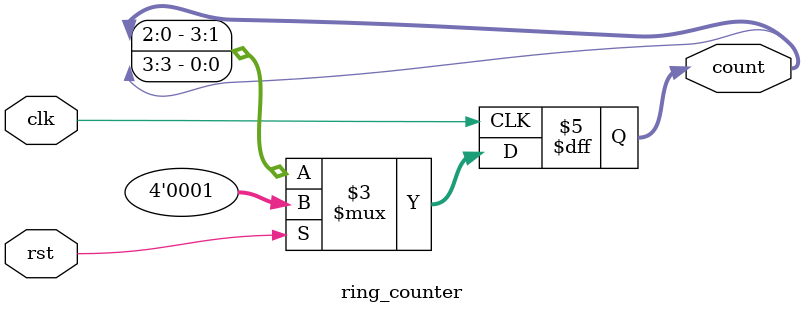
<source format=v>
`timescale 1ns / 1ps


module ring_counter(clk,rst,count );
input clk,rst;
output reg[3:0]count;
always@(posedge clk)
begin
if(rst)
begin
count<=4'b0001;
end
else
begin
count<={count[2:0],count[3]};
end
end
endmodule

</source>
